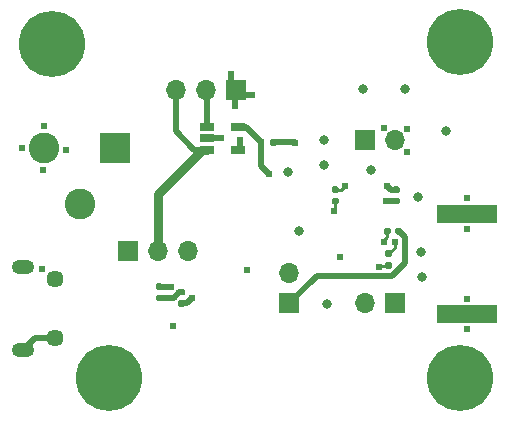
<source format=gbl>
G04 #@! TF.GenerationSoftware,KiCad,Pcbnew,(5.1.7)-1*
G04 #@! TF.CreationDate,2021-07-31T20:16:39-07:00*
G04 #@! TF.ProjectId,clkbrd3,636c6b62-7264-4332-9e6b-696361645f70,rev?*
G04 #@! TF.SameCoordinates,Original*
G04 #@! TF.FileFunction,Copper,L4,Bot*
G04 #@! TF.FilePolarity,Positive*
%FSLAX46Y46*%
G04 Gerber Fmt 4.6, Leading zero omitted, Abs format (unit mm)*
G04 Created by KiCad (PCBNEW (5.1.7)-1) date 2021-07-31 20:16:39*
%MOMM*%
%LPD*%
G01*
G04 APERTURE LIST*
G04 #@! TA.AperFunction,ComponentPad*
%ADD10O,1.700000X1.700000*%
G04 #@! TD*
G04 #@! TA.AperFunction,ComponentPad*
%ADD11R,1.700000X1.700000*%
G04 #@! TD*
G04 #@! TA.AperFunction,ComponentPad*
%ADD12C,5.600000*%
G04 #@! TD*
G04 #@! TA.AperFunction,SMDPad,CuDef*
%ADD13R,1.220000X0.650000*%
G04 #@! TD*
G04 #@! TA.AperFunction,SMDPad,CuDef*
%ADD14R,5.080000X1.500000*%
G04 #@! TD*
G04 #@! TA.AperFunction,ComponentPad*
%ADD15O,1.900000X1.200000*%
G04 #@! TD*
G04 #@! TA.AperFunction,ComponentPad*
%ADD16C,1.450000*%
G04 #@! TD*
G04 #@! TA.AperFunction,ComponentPad*
%ADD17C,2.600000*%
G04 #@! TD*
G04 #@! TA.AperFunction,ComponentPad*
%ADD18R,2.600000X2.600000*%
G04 #@! TD*
G04 #@! TA.AperFunction,ViaPad*
%ADD19C,0.609600*%
G04 #@! TD*
G04 #@! TA.AperFunction,ViaPad*
%ADD20C,0.800000*%
G04 #@! TD*
G04 #@! TA.AperFunction,Conductor*
%ADD21C,0.500000*%
G04 #@! TD*
G04 #@! TA.AperFunction,Conductor*
%ADD22C,0.750000*%
G04 #@! TD*
G04 #@! TA.AperFunction,Conductor*
%ADD23C,0.250000*%
G04 #@! TD*
G04 APERTURE END LIST*
D10*
X68000000Y-47460000D03*
D11*
X68000000Y-50000000D03*
D12*
X48000000Y-28000000D03*
X52800000Y-56300000D03*
X82500000Y-56300000D03*
X82500000Y-27900000D03*
D10*
X77050000Y-36150000D03*
D11*
X74510000Y-36150000D03*
D13*
X63750000Y-36970000D03*
X63750000Y-35070000D03*
X61130000Y-35070000D03*
X61130000Y-36020000D03*
X61130000Y-36970000D03*
G04 #@! TA.AperFunction,SMDPad,CuDef*
G36*
G01*
X65950000Y-36185000D02*
X65950000Y-36555000D01*
G75*
G02*
X65815000Y-36690000I-135000J0D01*
G01*
X65545000Y-36690000D01*
G75*
G02*
X65410000Y-36555000I0J135000D01*
G01*
X65410000Y-36185000D01*
G75*
G02*
X65545000Y-36050000I135000J0D01*
G01*
X65815000Y-36050000D01*
G75*
G02*
X65950000Y-36185000I0J-135000D01*
G01*
G37*
G04 #@! TD.AperFunction*
G04 #@! TA.AperFunction,SMDPad,CuDef*
G36*
G01*
X66970000Y-36185000D02*
X66970000Y-36555000D01*
G75*
G02*
X66835000Y-36690000I-135000J0D01*
G01*
X66565000Y-36690000D01*
G75*
G02*
X66430000Y-36555000I0J135000D01*
G01*
X66430000Y-36185000D01*
G75*
G02*
X66565000Y-36050000I135000J0D01*
G01*
X66835000Y-36050000D01*
G75*
G02*
X66970000Y-36185000I0J-135000D01*
G01*
G37*
G04 #@! TD.AperFunction*
D10*
X58430000Y-31920000D03*
X60970000Y-31920000D03*
D11*
X63510000Y-31920000D03*
G04 #@! TA.AperFunction,SMDPad,CuDef*
G36*
G01*
X76285000Y-46530000D02*
X76655000Y-46530000D01*
G75*
G02*
X76790000Y-46665000I0J-135000D01*
G01*
X76790000Y-46935000D01*
G75*
G02*
X76655000Y-47070000I-135000J0D01*
G01*
X76285000Y-47070000D01*
G75*
G02*
X76150000Y-46935000I0J135000D01*
G01*
X76150000Y-46665000D01*
G75*
G02*
X76285000Y-46530000I135000J0D01*
G01*
G37*
G04 #@! TD.AperFunction*
G04 #@! TA.AperFunction,SMDPad,CuDef*
G36*
G01*
X76285000Y-45510000D02*
X76655000Y-45510000D01*
G75*
G02*
X76790000Y-45645000I0J-135000D01*
G01*
X76790000Y-45915000D01*
G75*
G02*
X76655000Y-46050000I-135000J0D01*
G01*
X76285000Y-46050000D01*
G75*
G02*
X76150000Y-45915000I0J135000D01*
G01*
X76150000Y-45645000D01*
G75*
G02*
X76285000Y-45510000I135000J0D01*
G01*
G37*
G04 #@! TD.AperFunction*
D14*
X83110000Y-42410000D03*
X83110000Y-50910000D03*
D10*
X74460000Y-50000000D03*
D11*
X77000000Y-50000000D03*
G04 #@! TA.AperFunction,SMDPad,CuDef*
G36*
G01*
X76650000Y-43710000D02*
X76650000Y-44050000D01*
G75*
G02*
X76510000Y-44190000I-140000J0D01*
G01*
X76230000Y-44190000D01*
G75*
G02*
X76090000Y-44050000I0J140000D01*
G01*
X76090000Y-43710000D01*
G75*
G02*
X76230000Y-43570000I140000J0D01*
G01*
X76510000Y-43570000D01*
G75*
G02*
X76650000Y-43710000I0J-140000D01*
G01*
G37*
G04 #@! TD.AperFunction*
G04 #@! TA.AperFunction,SMDPad,CuDef*
G36*
G01*
X77610000Y-43710000D02*
X77610000Y-44050000D01*
G75*
G02*
X77470000Y-44190000I-140000J0D01*
G01*
X77190000Y-44190000D01*
G75*
G02*
X77050000Y-44050000I0J140000D01*
G01*
X77050000Y-43710000D01*
G75*
G02*
X77190000Y-43570000I140000J0D01*
G01*
X77470000Y-43570000D01*
G75*
G02*
X77610000Y-43710000I0J-140000D01*
G01*
G37*
G04 #@! TD.AperFunction*
G04 #@! TA.AperFunction,SMDPad,CuDef*
G36*
G01*
X76940000Y-41040000D02*
X77280000Y-41040000D01*
G75*
G02*
X77420000Y-41180000I0J-140000D01*
G01*
X77420000Y-41460000D01*
G75*
G02*
X77280000Y-41600000I-140000J0D01*
G01*
X76940000Y-41600000D01*
G75*
G02*
X76800000Y-41460000I0J140000D01*
G01*
X76800000Y-41180000D01*
G75*
G02*
X76940000Y-41040000I140000J0D01*
G01*
G37*
G04 #@! TD.AperFunction*
G04 #@! TA.AperFunction,SMDPad,CuDef*
G36*
G01*
X76940000Y-40080000D02*
X77280000Y-40080000D01*
G75*
G02*
X77420000Y-40220000I0J-140000D01*
G01*
X77420000Y-40500000D01*
G75*
G02*
X77280000Y-40640000I-140000J0D01*
G01*
X76940000Y-40640000D01*
G75*
G02*
X76800000Y-40500000I0J140000D01*
G01*
X76800000Y-40220000D01*
G75*
G02*
X76940000Y-40080000I140000J0D01*
G01*
G37*
G04 #@! TD.AperFunction*
G04 #@! TA.AperFunction,SMDPad,CuDef*
G36*
G01*
X72120000Y-40650000D02*
X71780000Y-40650000D01*
G75*
G02*
X71640000Y-40510000I0J140000D01*
G01*
X71640000Y-40230000D01*
G75*
G02*
X71780000Y-40090000I140000J0D01*
G01*
X72120000Y-40090000D01*
G75*
G02*
X72260000Y-40230000I0J-140000D01*
G01*
X72260000Y-40510000D01*
G75*
G02*
X72120000Y-40650000I-140000J0D01*
G01*
G37*
G04 #@! TD.AperFunction*
G04 #@! TA.AperFunction,SMDPad,CuDef*
G36*
G01*
X72120000Y-41610000D02*
X71780000Y-41610000D01*
G75*
G02*
X71640000Y-41470000I0J140000D01*
G01*
X71640000Y-41190000D01*
G75*
G02*
X71780000Y-41050000I140000J0D01*
G01*
X72120000Y-41050000D01*
G75*
G02*
X72260000Y-41190000I0J-140000D01*
G01*
X72260000Y-41470000D01*
G75*
G02*
X72120000Y-41610000I-140000J0D01*
G01*
G37*
G04 #@! TD.AperFunction*
D10*
X59450000Y-45560000D03*
X56910000Y-45560000D03*
D11*
X54370000Y-45560000D03*
D15*
X45542500Y-53940000D03*
X45542500Y-46940000D03*
D16*
X48242500Y-52940000D03*
X48242500Y-47940000D03*
D17*
X50300000Y-41540000D03*
X47300000Y-36840000D03*
D18*
X53300000Y-36840000D03*
G04 #@! TA.AperFunction,SMDPad,CuDef*
G36*
G01*
X58770000Y-49720000D02*
X59110000Y-49720000D01*
G75*
G02*
X59250000Y-49860000I0J-140000D01*
G01*
X59250000Y-50140000D01*
G75*
G02*
X59110000Y-50280000I-140000J0D01*
G01*
X58770000Y-50280000D01*
G75*
G02*
X58630000Y-50140000I0J140000D01*
G01*
X58630000Y-49860000D01*
G75*
G02*
X58770000Y-49720000I140000J0D01*
G01*
G37*
G04 #@! TD.AperFunction*
G04 #@! TA.AperFunction,SMDPad,CuDef*
G36*
G01*
X58770000Y-48760000D02*
X59110000Y-48760000D01*
G75*
G02*
X59250000Y-48900000I0J-140000D01*
G01*
X59250000Y-49180000D01*
G75*
G02*
X59110000Y-49320000I-140000J0D01*
G01*
X58770000Y-49320000D01*
G75*
G02*
X58630000Y-49180000I0J140000D01*
G01*
X58630000Y-48900000D01*
G75*
G02*
X58770000Y-48760000I140000J0D01*
G01*
G37*
G04 #@! TD.AperFunction*
G04 #@! TA.AperFunction,SMDPad,CuDef*
G36*
G01*
X57230000Y-48860000D02*
X56890000Y-48860000D01*
G75*
G02*
X56750000Y-48720000I0J140000D01*
G01*
X56750000Y-48440000D01*
G75*
G02*
X56890000Y-48300000I140000J0D01*
G01*
X57230000Y-48300000D01*
G75*
G02*
X57370000Y-48440000I0J-140000D01*
G01*
X57370000Y-48720000D01*
G75*
G02*
X57230000Y-48860000I-140000J0D01*
G01*
G37*
G04 #@! TD.AperFunction*
G04 #@! TA.AperFunction,SMDPad,CuDef*
G36*
G01*
X57230000Y-49820000D02*
X56890000Y-49820000D01*
G75*
G02*
X56750000Y-49680000I0J140000D01*
G01*
X56750000Y-49400000D01*
G75*
G02*
X56890000Y-49260000I140000J0D01*
G01*
X57230000Y-49260000D01*
G75*
G02*
X57370000Y-49400000I0J-140000D01*
G01*
X57370000Y-49680000D01*
G75*
G02*
X57230000Y-49820000I-140000J0D01*
G01*
G37*
G04 #@! TD.AperFunction*
D19*
X58060000Y-48630000D03*
X64470000Y-47150000D03*
X78050000Y-35190000D03*
X78020000Y-37140000D03*
X76100000Y-35160000D03*
X47000000Y-52930000D03*
X63500000Y-33290000D03*
X64870000Y-32310000D03*
X63110000Y-30530000D03*
X83110000Y-41110000D03*
X83110000Y-43710000D03*
X83100000Y-49640000D03*
X83080000Y-52180000D03*
X47300000Y-34950000D03*
X49160000Y-36980000D03*
X47230000Y-38680000D03*
X45450000Y-36860000D03*
X76240000Y-41350000D03*
X71860000Y-42170000D03*
X76100000Y-44770000D03*
X68580000Y-36380000D03*
X72360000Y-46090000D03*
X62260000Y-36020000D03*
X47120000Y-47060000D03*
X58090000Y-49510000D03*
X58180000Y-51930000D03*
D20*
X74280000Y-31870000D03*
X77820000Y-31870000D03*
X81320000Y-35380000D03*
X71250000Y-50010000D03*
X68840000Y-43900000D03*
X79200000Y-45670000D03*
X79330000Y-47760000D03*
X71000000Y-36180000D03*
X71000000Y-38290000D03*
X75000000Y-38740000D03*
X67960000Y-38900000D03*
X78930000Y-40990000D03*
D19*
X77000000Y-44770000D03*
X75630000Y-46880000D03*
X76300000Y-40020000D03*
X72750000Y-40040000D03*
X77830000Y-44770000D03*
X63860000Y-36130000D03*
X59790000Y-49570000D03*
X66370000Y-39070000D03*
D21*
X58010000Y-48580000D02*
X58060000Y-48630000D01*
X57060000Y-48580000D02*
X58010000Y-48580000D01*
D22*
X61130000Y-36970000D02*
X60670000Y-36970000D01*
X56910000Y-40730000D02*
X56910000Y-45560000D01*
X60670000Y-36970000D02*
X56910000Y-40730000D01*
D21*
X58430000Y-35380000D02*
X58430000Y-31920000D01*
X60020000Y-36970000D02*
X58430000Y-35380000D01*
X61130000Y-36970000D02*
X60020000Y-36970000D01*
X58060000Y-49540000D02*
X58090000Y-49510000D01*
X57060000Y-49540000D02*
X58060000Y-49540000D01*
X58100000Y-49500000D02*
X58090000Y-49510000D01*
X58755598Y-49040000D02*
X58940000Y-49040000D01*
X58285598Y-49510000D02*
X58755598Y-49040000D01*
X58090000Y-49510000D02*
X58285598Y-49510000D01*
X61130000Y-36020000D02*
X62260000Y-36020000D01*
D23*
X71950000Y-42080000D02*
X71860000Y-42170000D01*
X71950000Y-41330000D02*
X71950000Y-42080000D01*
D21*
X76270000Y-41320000D02*
X76240000Y-41350000D01*
X77110000Y-41320000D02*
X76270000Y-41320000D01*
X68570000Y-36370000D02*
X68580000Y-36380000D01*
X66700000Y-36370000D02*
X68570000Y-36370000D01*
D23*
X76100000Y-44770000D02*
X76100000Y-44610000D01*
X76370000Y-44340000D02*
X76370000Y-43880000D01*
X76100000Y-44610000D02*
X76370000Y-44340000D01*
D21*
X63900000Y-32310000D02*
X63510000Y-31920000D01*
X64870000Y-32310000D02*
X63900000Y-32310000D01*
X63500000Y-31930000D02*
X63510000Y-31920000D01*
X63500000Y-33290000D02*
X63500000Y-31930000D01*
X63110000Y-31520000D02*
X63510000Y-31920000D01*
X63110000Y-30530000D02*
X63110000Y-31520000D01*
X47010000Y-52940000D02*
X47000000Y-52930000D01*
X48242500Y-52940000D02*
X47010000Y-52940000D01*
X46552500Y-52930000D02*
X45542500Y-53940000D01*
X47000000Y-52930000D02*
X46552500Y-52930000D01*
D23*
X77000000Y-45250000D02*
X76470000Y-45780000D01*
X77000000Y-44770000D02*
X77000000Y-45250000D01*
D21*
X61130000Y-32080000D02*
X60970000Y-31920000D01*
X61130000Y-35070000D02*
X61130000Y-32080000D01*
D23*
X75710000Y-46800000D02*
X75630000Y-46880000D01*
X76470000Y-46800000D02*
X75710000Y-46800000D01*
D21*
X59360000Y-50000000D02*
X59790000Y-49570000D01*
X58940000Y-50000000D02*
X59360000Y-50000000D01*
X63860000Y-36860000D02*
X63750000Y-36970000D01*
X63860000Y-36130000D02*
X63860000Y-36860000D01*
D23*
X72420000Y-40370000D02*
X72750000Y-40040000D01*
X71950000Y-40370000D02*
X72420000Y-40370000D01*
D21*
X76640000Y-40360000D02*
X76300000Y-40020000D01*
X77110000Y-40360000D02*
X76640000Y-40360000D01*
X77830000Y-44380000D02*
X77830000Y-44770000D01*
X77330000Y-43880000D02*
X77830000Y-44380000D01*
X77830000Y-44770000D02*
X77830000Y-46587330D01*
X70365199Y-47634801D02*
X68000000Y-50000000D01*
X76782529Y-47634801D02*
X70365199Y-47634801D01*
X77830000Y-46587330D02*
X76782529Y-47634801D01*
X64380000Y-35070000D02*
X65680000Y-36370000D01*
X63750000Y-35070000D02*
X64380000Y-35070000D01*
X65680000Y-38380000D02*
X66370000Y-39070000D01*
X65680000Y-36370000D02*
X65680000Y-38380000D01*
M02*

</source>
